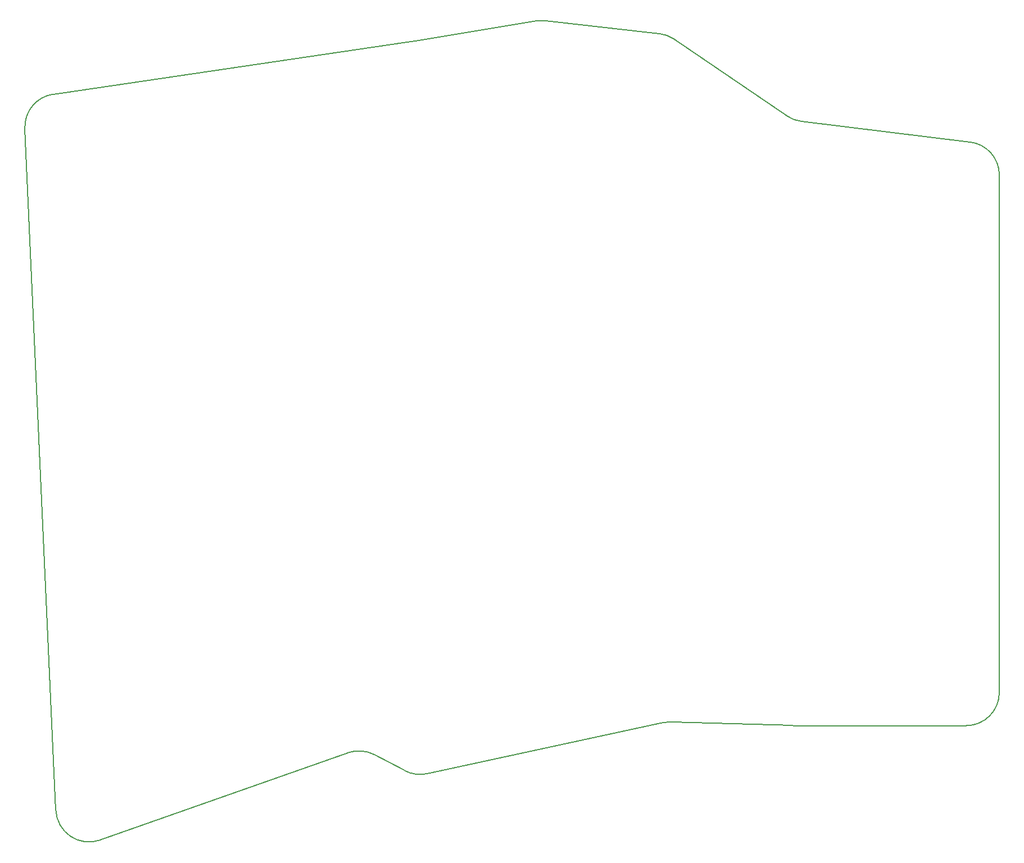
<source format=gbr>
%TF.GenerationSoftware,KiCad,Pcbnew,8.0.8*%
%TF.CreationDate,2025-02-23T20:19:19+00:00*%
%TF.ProjectId,right_final,72696768-745f-4666-996e-616c2e6b6963,v1.0.0*%
%TF.SameCoordinates,Original*%
%TF.FileFunction,Profile,NP*%
%FSLAX46Y46*%
G04 Gerber Fmt 4.6, Leading zero omitted, Abs format (unit mm)*
G04 Created by KiCad (PCBNEW 8.0.8) date 2025-02-23 20:19:19*
%MOMM*%
%LPD*%
G01*
G04 APERTURE LIST*
%TA.AperFunction,Profile*%
%ADD10C,0.150000*%
%TD*%
G04 APERTURE END LIST*
D10*
X281732311Y-190791546D02*
X281732311Y-112816068D01*
X277340661Y-107853215D02*
X251937034Y-104739222D01*
X249729374Y-103907965D02*
X232755601Y-92338999D01*
X230501793Y-91502303D02*
X213424787Y-89569905D01*
X212044801Y-89605528D02*
X193778486Y-92633891D01*
X193685999Y-92648336D02*
X139207214Y-100635480D01*
X134937669Y-105809622D02*
X139607454Y-208549564D01*
X146264530Y-213038147D02*
X183604415Y-199875995D01*
X187603598Y-200171350D02*
X192120370Y-202559327D01*
X195514449Y-203026041D02*
X231131632Y-195321482D01*
X232346577Y-195210944D02*
X250653423Y-195789055D01*
X250811239Y-195791546D02*
X276732311Y-195791546D01*
X277340661Y-107853215D02*
G75*
G02*
X281732311Y-112816068I-608350J-4962853D01*
G01*
X251937034Y-104739221D02*
G75*
G02*
X249729374Y-103907965I608349J4962852D01*
G01*
X230501793Y-91502303D02*
G75*
G02*
X232755601Y-92338999I-562201J-4968293D01*
G01*
X212044801Y-89605528D02*
G75*
G02*
X213424787Y-89569905I817784J-4932669D01*
G01*
X193778486Y-92633891D02*
G75*
G02*
X193685999Y-92648336I-817785J4932670D01*
G01*
X134937669Y-105809623D02*
G75*
G02*
X139207214Y-100635480I4994843J227029D01*
G01*
X146264529Y-213038146D02*
G75*
G02*
X139607455Y-208549564I-1662232J4715610D01*
G01*
X183604416Y-199875996D02*
G75*
G02*
X187603598Y-200171350I1662232J-4715610D01*
G01*
X195514449Y-203026041D02*
G75*
G02*
X192120370Y-202559327I-1057129J4886970D01*
G01*
X231131632Y-195321483D02*
G75*
G02*
X232346577Y-195210944I1057129J-4886970D01*
G01*
X250811239Y-195791546D02*
G75*
G02*
X250653423Y-195789055I0J5000000D01*
G01*
X281732311Y-190791546D02*
G75*
G02*
X276732311Y-195791546I-5000000J0D01*
G01*
M02*

</source>
